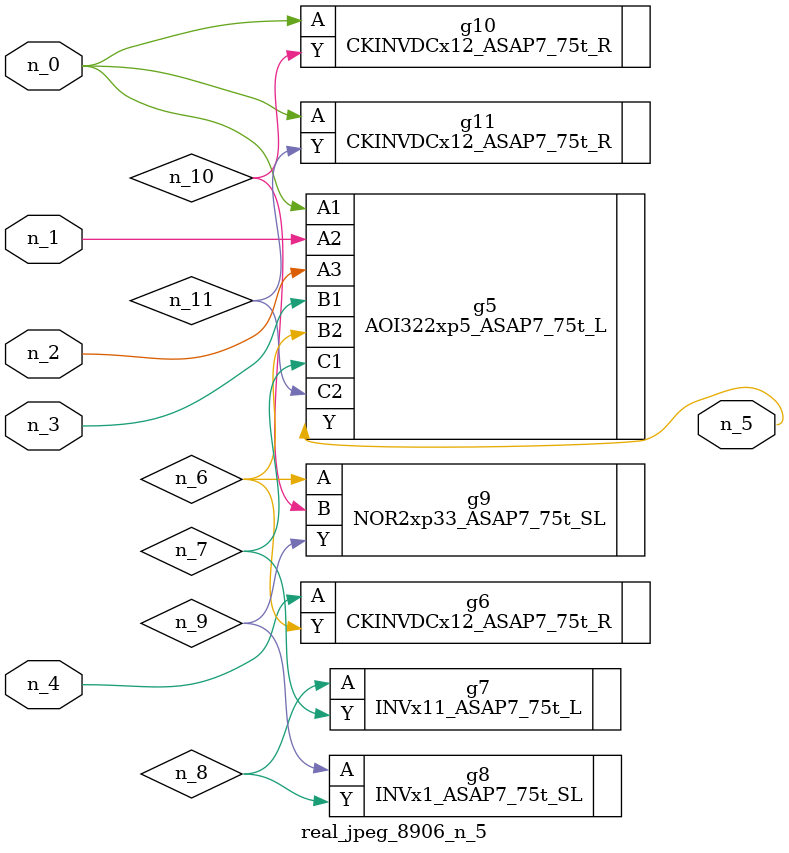
<source format=v>
module real_jpeg_8906_n_5 (n_4, n_0, n_1, n_2, n_3, n_5);

input n_4;
input n_0;
input n_1;
input n_2;
input n_3;

output n_5;

wire n_8;
wire n_11;
wire n_6;
wire n_7;
wire n_10;
wire n_9;

AOI322xp5_ASAP7_75t_L g5 ( 
.A1(n_0),
.A2(n_1),
.A3(n_2),
.B1(n_3),
.B2(n_6),
.C1(n_7),
.C2(n_11),
.Y(n_5)
);

CKINVDCx12_ASAP7_75t_R g10 ( 
.A(n_0),
.Y(n_10)
);

CKINVDCx12_ASAP7_75t_R g11 ( 
.A(n_0),
.Y(n_11)
);

CKINVDCx12_ASAP7_75t_R g6 ( 
.A(n_4),
.Y(n_6)
);

NOR2xp33_ASAP7_75t_SL g9 ( 
.A(n_6),
.B(n_10),
.Y(n_9)
);

INVx11_ASAP7_75t_L g7 ( 
.A(n_8),
.Y(n_7)
);

INVx1_ASAP7_75t_SL g8 ( 
.A(n_9),
.Y(n_8)
);


endmodule
</source>
